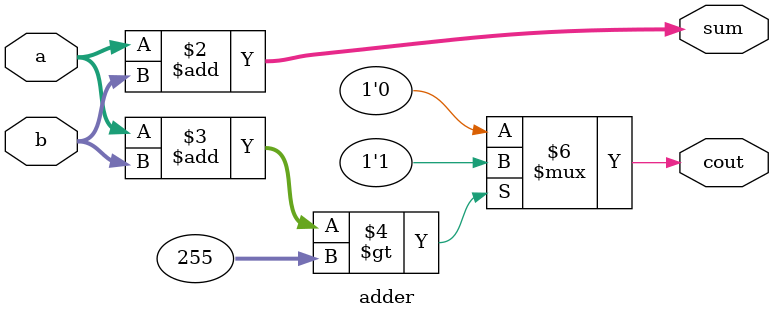
<source format=v>
module adder(
	input [7:0]a,
	input [7:0]b,
	output reg [7:0]sum,
	output reg cout
);

	always@(a,b)
	begin
	sum=a+b;
	if (a+b>255) cout=1'b1;
	else cout=1'b0;
	end
endmodule

//TESTBENCH


</source>
